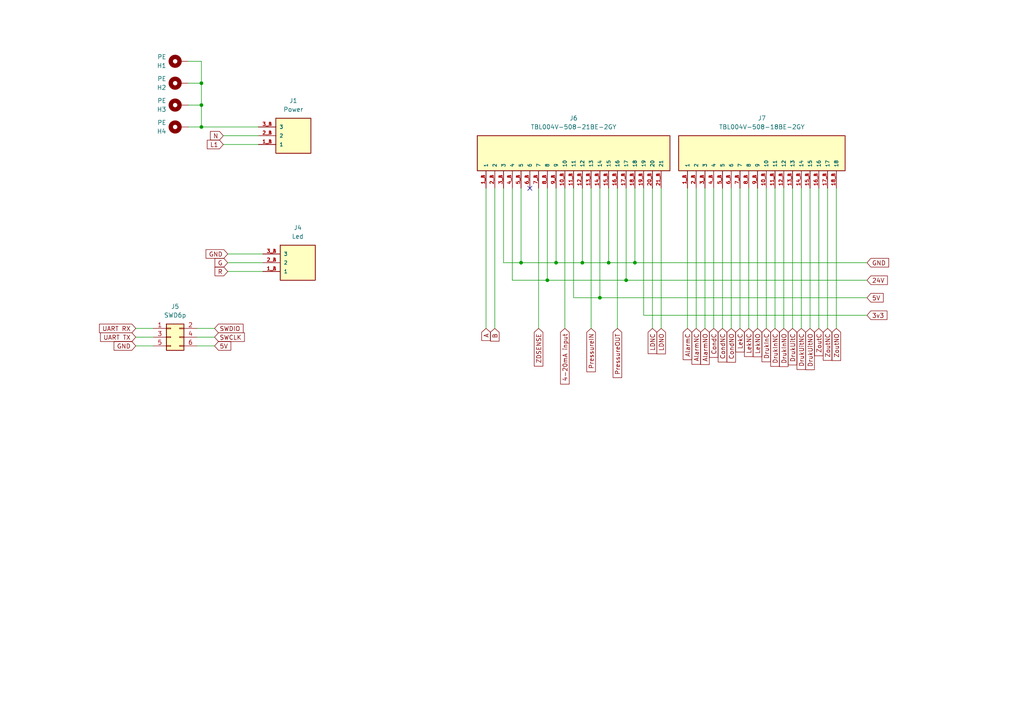
<source format=kicad_sch>
(kicad_sch (version 20230121) (generator eeschema)
  (paper "A4")
  (title_block (title "DSH-BWM") (company "DSH Belgium") (comment 1 "Leandro Marceddu"))
  (lib_symbols
    (symbol "Connector_Generic:Conn_02x03_Odd_Even" (pin_names (offset 1.016) hide)
      (property "Reference" "J" (at 1.27 5.08 0))
      (property "Value" "Conn_02x03_Odd_Even" (at 1.27 -5.08 0))
      (symbol "Conn_02x03_Odd_Even_1_1"
        (rectangle (start -1.27 -2.413) (end 0 -2.667) (stroke (width 0.1524)))
        (rectangle (start -1.27 0.127) (end 0 -0.127) (stroke (width 0.1524)))
        (rectangle (start -1.27 2.667) (end 0 2.413) (stroke (width 0.1524)))
        (rectangle (start -1.27 3.81) (end 3.81 -3.81) (stroke (width 0.254)) (fill (type background)))
        (rectangle (start 3.81 -2.413) (end 2.54 -2.667) (stroke (width 0.1524)))
        (rectangle (start 3.81 0.127) (end 2.54 -0.127) (stroke (width 0.1524)))
        (rectangle (start 3.81 2.667) (end 2.54 2.413) (stroke (width 0.1524)))
        (pin passive line (at -5.08 2.54 0) (length 3.81) (name "Pin_1") (number "1"))
        (pin passive line (at 7.62 2.54 180) (length 3.81) (name "Pin_2") (number "2"))
        (pin passive line (at -5.08 0 0) (length 3.81) (name "Pin_3") (number "3"))
        (pin passive line (at 7.62 0 180) (length 3.81) (name "Pin_4") (number "4"))
        (pin passive line (at -5.08 -2.54 0) (length 3.81) (name "Pin_5") (number "5"))
        (pin passive line (at 7.62 -2.54 180) (length 3.81) (name "Pin_6") (number "6"))
      )
    )
    (symbol "Mechanical:MountingHole_Pad" (pin_numbers hide) (pin_names (offset 1.016) hide)
      (property "Reference" "H" (at 0 6.35 0))
      (property "Value" "MountingHole_Pad" (at 0 4.445 0))
      (symbol "MountingHole_Pad_0_1"
        (circle (center 0 1.27) (radius 1.27) (stroke (width 1.27)))
      )
      (symbol "MountingHole_Pad_1_1"
        (pin input line (at 0 -2.54 90) (length 2.54) (name "1") (number "1"))
      )
    )
    (symbol "TBL004V-508-03BE-2GY:TBL004V-508-03BE-2GY" (pin_names (offset 1.016))
      (property "Reference" "J" (at -5.588 5.08 0))
      (property "Value" "TBL004V-508-03BE-2GY" (at -5.08 -7.62 0))
      (symbol "TBL004V-508-03BE-2GY_0_0"
        (rectangle (start -5.08 -5.08) (end 5.08 5.08) (stroke (width 0.254)) (fill (type background)))
        (pin passive line (at -10.16 2.54 0) (length 5.08) (name "1") (number "1_A"))
        (pin passive line (at -10.16 2.54 0) (length 5.08) (name "1") (number "1_B"))
        (pin passive line (at -10.16 0 0) (length 5.08) (name "2") (number "2_A"))
        (pin passive line (at -10.16 0 0) (length 5.08) (name "2") (number "2_B"))
        (pin passive line (at -10.16 -2.54 0) (length 5.08) (name "3") (number "3_A"))
        (pin passive line (at -10.16 -2.54 0) (length 5.08) (name "3") (number "3_B"))
      )
    )
    (symbol "TBL004V-508-18BE-2GY:TBL004V-508-18BE-2GY" (pin_names (offset 1.016))
      (property "Reference" "J" (at -5.588 25.4 0))
      (property "Value" "TBL004V-508-18BE-2GY" (at -5.08 -25.4 0))
      (symbol "TBL004V-508-18BE-2GY_0_0"
        (rectangle (start -5.08 -22.86) (end 5.08 25.4) (stroke (width 0.254)) (fill (type background)))
        (pin passive line (at -10.16 0 0) (length 5.08) (name "10") (number "10_A"))
        (pin passive line (at -10.16 0 0) (length 5.08) (name "10") (number "10_B"))
        (pin passive line (at -10.16 -2.54 0) (length 5.08) (name "11") (number "11_A"))
        (pin passive line (at -10.16 -2.54 0) (length 5.08) (name "11") (number "11_B"))
        (pin passive line (at -10.16 -5.08 0) (length 5.08) (name "12") (number "12_A"))
        (pin passive line (at -10.16 -5.08 0) (length 5.08) (name "12") (number "12_B"))
        (pin passive line (at -10.16 -7.62 0) (length 5.08) (name "13") (number "13_A"))
        (pin passive line (at -10.16 -7.62 0) (length 5.08) (name "13") (number "13_B"))
        (pin passive line (at -10.16 -10.16 0) (length 5.08) (name "14") (number "14_A"))
        (pin passive line (at -10.16 -10.16 0) (length 5.08) (name "14") (number "14_B"))
        (pin passive line (at -10.16 -12.7 0) (length 5.08) (name "15") (number "15_A"))
        (pin passive line (at -10.16 -12.7 0) (length 5.08) (name "15") (number "15_B"))
        (pin passive line (at -10.16 -15.24 0) (length 5.08) (name "16") (number "16_A"))
        (pin passive line (at -10.16 -15.24 0) (length 5.08) (name "16") (number "16_B"))
        (pin passive line (at -10.16 -17.78 0) (length 5.08) (name "17") (number "17_A"))
        (pin passive line (at -10.16 -17.78 0) (length 5.08) (name "17") (number "17_B"))
        (pin passive line (at -10.16 -20.32 0) (length 5.08) (name "18") (number "18_A"))
        (pin passive line (at -10.16 -20.32 0) (length 5.08) (name "18") (number "18_B"))
        (pin passive line (at -10.16 22.86 0) (length 5.08) (name "1") (number "1_A"))
        (pin passive line (at -10.16 22.86 0) (length 5.08) (name "1") (number "1_B"))
        (pin passive line (at -10.16 20.32 0) (length 5.08) (name "2") (number "2_A"))
        (pin passive line (at -10.16 20.32 0) (length 5.08) (name "2") (number "2_B"))
        (pin passive line (at -10.16 17.78 0) (length 5.08) (name "3") (number "3_A"))
        (pin passive line (at -10.16 17.78 0) (length 5.08) (name "3") (number "3_B"))
        (pin passive line (at -10.16 15.24 0) (length 5.08) (name "4") (number "4_A"))
        (pin passive line (at -10.16 15.24 0) (length 5.08) (name "4") (number "4_B"))
        (pin passive line (at -10.16 12.7 0) (length 5.08) (name "5") (number "5_A"))
        (pin passive line (at -10.16 12.7 0) (length 5.08) (name "5") (number "5_B"))
        (pin passive line (at -10.16 10.16 0) (length 5.08) (name "6") (number "6_A"))
        (pin passive line (at -10.16 10.16 0) (length 5.08) (name "6") (number "6_B"))
        (pin passive line (at -10.16 7.62 0) (length 5.08) (name "7") (number "7_A"))
        (pin passive line (at -10.16 7.62 0) (length 5.08) (name "7") (number "7_B"))
        (pin passive line (at -10.16 5.08 0) (length 5.08) (name "8") (number "8_A"))
        (pin passive line (at -10.16 5.08 0) (length 5.08) (name "8") (number "8_B"))
        (pin passive line (at -10.16 2.54 0) (length 5.08) (name "9") (number "9_A"))
        (pin passive line (at -10.16 2.54 0) (length 5.08) (name "9") (number "9_B"))
      )
    )
    (symbol "TBL004V-508-21BE-2GY:TBL004V-508-21BE-2GY" (pin_names (offset 1.016))
      (property "Reference" "J" (at -5.588 27.94 0))
      (property "Value" "TBL004V-508-21BE-2GY" (at -5.08 -30.48 0))
      (symbol "TBL004V-508-21BE-2GY_0_0"
        (rectangle (start -5.08 -27.94) (end 5.08 27.94) (stroke (width 0.254)) (fill (type background)))
        (pin passive line (at -10.16 2.54 0) (length 5.08) (name "10") (number "10_A"))
        (pin passive line (at -10.16 2.54 0) (length 5.08) (name "10") (number "10_B"))
        (pin passive line (at -10.16 0 0) (length 5.08) (name "11") (number "11_A"))
        (pin passive line (at -10.16 0 0) (length 5.08) (name "11") (number "11_B"))
        (pin passive line (at -10.16 -2.54 0) (length 5.08) (name "12") (number "12_A"))
        (pin passive line (at -10.16 -2.54 0) (length 5.08) (name "12") (number "12_B"))
        (pin passive line (at -10.16 -5.08 0) (length 5.08) (name "13") (number "13_A"))
        (pin passive line (at -10.16 -5.08 0) (length 5.08) (name "13") (number "13_B"))
        (pin passive line (at -10.16 -7.62 0) (length 5.08) (name "14") (number "14_A"))
        (pin passive line (at -10.16 -7.62 0) (length 5.08) (name "14") (number "14_B"))
        (pin passive line (at -10.16 -10.16 0) (length 5.08) (name "15") (number "15_A"))
        (pin passive line (at -10.16 -10.16 0) (length 5.08) (name "15") (number "15_B"))
        (pin passive line (at -10.16 -12.7 0) (length 5.08) (name "16") (number "16_A"))
        (pin passive line (at -10.16 -12.7 0) (length 5.08) (name "16") (number "16_B"))
        (pin passive line (at -10.16 -15.24 0) (length 5.08) (name "17") (number "17_A"))
        (pin passive line (at -10.16 -15.24 0) (length 5.08) (name "17") (number "17_B"))
        (pin passive line (at -10.16 -17.78 0) (length 5.08) (name "18") (number "18_A"))
        (pin passive line (at -10.16 -17.78 0) (length 5.08) (name "18") (number "18_B"))
        (pin passive line (at -10.16 -20.32 0) (length 5.08) (name "19") (number "19_A"))
        (pin passive line (at -10.16 -20.32 0) (length 5.08) (name "19") (number "19_B"))
        (pin passive line (at -10.16 25.4 0) (length 5.08) (name "1") (number "1_A"))
        (pin passive line (at -10.16 25.4 0) (length 5.08) (name "1") (number "1_B"))
        (pin passive line (at -10.16 -22.86 0) (length 5.08) (name "20") (number "20_A"))
        (pin passive line (at -10.16 -22.86 0) (length 5.08) (name "20") (number "20_B"))
        (pin passive line (at -10.16 -25.4 0) (length 5.08) (name "21") (number "21_A"))
        (pin passive line (at -10.16 -25.4 0) (length 5.08) (name "21") (number "21_B"))
        (pin passive line (at -10.16 22.86 0) (length 5.08) (name "2") (number "2_A"))
        (pin passive line (at -10.16 22.86 0) (length 5.08) (name "2") (number "2_B"))
        (pin passive line (at -10.16 20.32 0) (length 5.08) (name "3") (number "3_A"))
        (pin passive line (at -10.16 20.32 0) (length 5.08) (name "3") (number "3_B"))
        (pin passive line (at -10.16 17.78 0) (length 5.08) (name "4") (number "4_A"))
        (pin passive line (at -10.16 17.78 0) (length 5.08) (name "4") (number "4_B"))
        (pin passive line (at -10.16 15.24 0) (length 5.08) (name "5") (number "5_A"))
        (pin passive line (at -10.16 15.24 0) (length 5.08) (name "5") (number "5_B"))
        (pin passive line (at -10.16 12.7 0) (length 5.08) (name "6") (number "6_A"))
        (pin passive line (at -10.16 12.7 0) (length 5.08) (name "6") (number "6_B"))
        (pin passive line (at -10.16 10.16 0) (length 5.08) (name "7") (number "7_A"))
        (pin passive line (at -10.16 10.16 0) (length 5.08) (name "7") (number "7_B"))
        (pin passive line (at -10.16 7.62 0) (length 5.08) (name "8") (number "8_A"))
        (pin passive line (at -10.16 7.62 0) (length 5.08) (name "8") (number "8_B"))
        (pin passive line (at -10.16 5.08 0) (length 5.08) (name "9") (number "9_A"))
        (pin passive line (at -10.16 5.08 0) (length 5.08) (name "9") (number "9_B"))
      )
    )
  )
  (junction (at 181.61 81.28))
  (junction (at 173.99 86.36))
  (junction (at 176.53 76.2))
  (junction (at 184.15 76.2))
  (junction (at 158.75 81.28))
  (junction (at 58.42 24.13))
  (junction (at 58.42 36.83))
  (junction (at 151.13 76.2))
  (junction (at 58.42 30.48))
  (junction (at 168.91 76.2))
  (junction (at 161.29 76.2))
  (no_connect (at 153.67 54.61))
  (wire (pts (xy 58.42 36.83) (xy 74.93 36.83)))
  (wire (pts (xy 201.93 54.61) (xy 201.93 95.25)))
  (wire (pts (xy 163.83 54.61) (xy 163.83 95.25)))
  (wire (pts (xy 189.23 54.61) (xy 189.23 95.25)))
  (wire (pts (xy 204.47 54.61) (xy 204.47 95.25)))
  (wire (pts (xy 54.61 30.48) (xy 58.42 30.48)))
  (wire (pts (xy 39.37 95.25) (xy 44.45 95.25)))
  (wire (pts (xy 39.37 97.79) (xy 44.45 97.79)))
  (wire (pts (xy 76.2 78.74) (xy 66.04 78.74)))
  (wire (pts (xy 219.71 54.61) (xy 219.71 95.25)))
  (wire (pts (xy 76.2 73.66) (xy 66.04 73.66)))
  (wire (pts (xy 191.77 54.61) (xy 191.77 95.25)))
  (wire (pts (xy 156.21 54.61) (xy 156.21 95.25)))
  (wire (pts (xy 148.59 81.28) (xy 158.75 81.28)))
  (wire (pts (xy 176.53 54.61) (xy 176.53 76.2)))
  (wire (pts (xy 173.99 86.36) (xy 251.46 86.36)))
  (wire (pts (xy 58.42 30.48) (xy 58.42 36.83)))
  (wire (pts (xy 168.91 54.61) (xy 168.91 76.2)))
  (wire (pts (xy 240.03 54.61) (xy 240.03 95.25)))
  (wire (pts (xy 179.07 54.61) (xy 179.07 95.25)))
  (wire (pts (xy 146.05 54.61) (xy 146.05 76.2)))
  (wire (pts (xy 161.29 54.61) (xy 161.29 76.2)))
  (wire (pts (xy 173.99 54.61) (xy 173.99 86.36)))
  (wire (pts (xy 181.61 54.61) (xy 181.61 81.28)))
  (wire (pts (xy 184.15 54.61) (xy 184.15 76.2)))
  (wire (pts (xy 242.57 54.61) (xy 242.57 95.25)))
  (wire (pts (xy 140.97 54.61) (xy 140.97 95.25)))
  (wire (pts (xy 186.69 54.61) (xy 186.69 91.44)))
  (wire (pts (xy 58.42 24.13) (xy 58.42 30.48)))
  (wire (pts (xy 161.29 76.2) (xy 168.91 76.2)))
  (wire (pts (xy 199.39 54.61) (xy 199.39 95.25)))
  (wire (pts (xy 74.93 39.37) (xy 64.77 39.37)))
  (wire (pts (xy 234.95 54.61) (xy 234.95 95.25)))
  (wire (pts (xy 214.63 54.61) (xy 214.63 95.25)))
  (wire (pts (xy 54.61 24.13) (xy 58.42 24.13)))
  (wire (pts (xy 224.79 54.61) (xy 224.79 95.25)))
  (wire (pts (xy 64.77 41.91) (xy 74.93 41.91)))
  (wire (pts (xy 57.15 95.25) (xy 62.23 95.25)))
  (wire (pts (xy 54.61 17.78) (xy 58.42 17.78)))
  (wire (pts (xy 158.75 54.61) (xy 158.75 81.28)))
  (wire (pts (xy 181.61 81.28) (xy 251.46 81.28)))
  (wire (pts (xy 184.15 76.2) (xy 251.46 76.2)))
  (wire (pts (xy 171.45 54.61) (xy 171.45 95.25)))
  (wire (pts (xy 57.15 100.33) (xy 62.23 100.33)))
  (wire (pts (xy 148.59 54.61) (xy 148.59 81.28)))
  (wire (pts (xy 227.33 54.61) (xy 227.33 95.25)))
  (wire (pts (xy 151.13 54.61) (xy 151.13 76.2)))
  (wire (pts (xy 168.91 76.2) (xy 176.53 76.2)))
  (wire (pts (xy 237.49 54.61) (xy 237.49 95.25)))
  (wire (pts (xy 151.13 76.2) (xy 161.29 76.2)))
  (wire (pts (xy 166.37 86.36) (xy 173.99 86.36)))
  (wire (pts (xy 39.37 100.33) (xy 44.45 100.33)))
  (wire (pts (xy 146.05 76.2) (xy 151.13 76.2)))
  (wire (pts (xy 76.2 76.2) (xy 66.04 76.2)))
  (wire (pts (xy 186.69 91.44) (xy 251.46 91.44)))
  (wire (pts (xy 229.87 54.61) (xy 229.87 95.25)))
  (wire (pts (xy 158.75 81.28) (xy 181.61 81.28)))
  (wire (pts (xy 222.25 54.61) (xy 222.25 95.25)))
  (wire (pts (xy 166.37 86.36) (xy 166.37 54.61)))
  (wire (pts (xy 209.55 54.61) (xy 209.55 95.25)))
  (wire (pts (xy 143.51 54.61) (xy 143.51 95.25)))
  (wire (pts (xy 232.41 54.61) (xy 232.41 95.25)))
  (wire (pts (xy 58.42 17.78) (xy 58.42 24.13)))
  (wire (pts (xy 207.01 54.61) (xy 207.01 95.25)))
  (wire (pts (xy 217.17 54.61) (xy 217.17 95.25)))
  (wire (pts (xy 58.42 36.83) (xy 54.61 36.83)))
  (wire (pts (xy 57.15 97.79) (xy 62.23 97.79)))
  (wire (pts (xy 176.53 76.2) (xy 184.15 76.2)))
  (wire (pts (xy 212.09 54.61) (xy 212.09 95.25)))
  (global_label "AlarmNC" (shape input) (at 201.93 95.25 270) (property "Intersheetrefs" "${INTERSHEET_REFS}" (effects hide)))
  (global_label "5V" (shape input) (at 62.23 100.33 0) (property "Intersheetrefs" "${INTERSHEET_REFS}" (effects hide)))
  (global_label "DrukInNO" (shape input) (at 227.33 95.25 270) (property "Intersheetrefs" "${INTERSHEET_REFS}" (effects hide)))
  (global_label "R" (shape input) (at 66.04 78.74 180) (property "Intersheetrefs" "${INTERSHEET_REFS}" (effects hide)))
  (global_label "GND" (shape input) (at 66.04 73.66 180) (property "Intersheetrefs" "${INTERSHEET_REFS}" (effects hide)))
  (global_label "DrukInC" (shape input) (at 222.25 95.25 270) (property "Intersheetrefs" "${INTERSHEET_REFS}" (effects hide)))
  (global_label "DrukUitNC" (shape input) (at 232.41 95.25 270) (property "Intersheetrefs" "${INTERSHEET_REFS}" (effects hide)))
  (global_label "DrukUitNO" (shape input) (at 234.95 95.25 270) (property "Intersheetrefs" "${INTERSHEET_REFS}" (effects hide)))
  (global_label "LekNO" (shape input) (at 219.71 95.25 270) (property "Intersheetrefs" "${INTERSHEET_REFS}" (effects hide)))
  (global_label "ZoutC" (shape input) (at 237.49 95.25 270) (property "Intersheetrefs" "${INTERSHEET_REFS}" (effects hide)))
  (global_label "PressureOUT" (shape input) (at 179.07 95.25 270) (property "Intersheetrefs" "${INTERSHEET_REFS}" (effects hide)))
  (global_label "GND" (shape input) (at 39.37 100.33 180) (property "Intersheetrefs" "${INTERSHEET_REFS}" (effects hide)))
  (global_label "N" (shape input) (at 64.77 39.37 180) (property "Intersheetrefs" "${INTERSHEET_REFS}" (effects hide)))
  (global_label "AlarmC" (shape input) (at 199.39 95.25 270) (property "Intersheetrefs" "${INTERSHEET_REFS}" (effects hide)))
  (global_label "SWDIO" (shape input) (at 62.23 95.25 0) (property "Intersheetrefs" "${INTERSHEET_REFS}" (effects hide)))
  (global_label "LDNO" (shape input) (at 191.77 95.25 270) (property "Intersheetrefs" "${INTERSHEET_REFS}" (effects hide)))
  (global_label "24V" (shape input) (at 251.46 81.28 0) (property "Intersheetrefs" "${INTERSHEET_REFS}" (effects hide)))
  (global_label "CondNO" (shape input) (at 212.09 95.25 270) (property "Intersheetrefs" "${INTERSHEET_REFS}" (effects hide)))
  (global_label "DrukInNC" (shape input) (at 224.79 95.25 270) (property "Intersheetrefs" "${INTERSHEET_REFS}" (effects hide)))
  (global_label "ZoutNO" (shape input) (at 242.57 95.25 270) (property "Intersheetrefs" "${INTERSHEET_REFS}" (effects hide)))
  (global_label "LekC" (shape input) (at 214.63 95.25 270) (property "Intersheetrefs" "${INTERSHEET_REFS}" (effects hide)))
  (global_label "UART TX" (shape input) (at 39.37 97.79 180) (property "Intersheetrefs" "${INTERSHEET_REFS}" (effects hide)))
  (global_label "LDNC" (shape input) (at 189.23 95.25 270) (property "Intersheetrefs" "${INTERSHEET_REFS}" (effects hide)))
  (global_label "A" (shape input) (at 140.97 95.25 270) (property "Intersheetrefs" "${INTERSHEET_REFS}" (effects hide)))
  (global_label "AlarmNO" (shape input) (at 204.47 95.25 270) (property "Intersheetrefs" "${INTERSHEET_REFS}" (effects hide)))
  (global_label "ZDSENSE" (shape input) (at 156.21 95.25 270) (property "Intersheetrefs" "${INTERSHEET_REFS}" (effects hide)))
  (global_label "L1" (shape input) (at 64.77 41.91 180) (property "Intersheetrefs" "${INTERSHEET_REFS}" (effects hide)))
  (global_label "ZoutNC" (shape input) (at 240.03 95.25 270) (property "Intersheetrefs" "${INTERSHEET_REFS}" (effects hide)))
  (global_label "G" (shape input) (at 66.04 76.2 180) (property "Intersheetrefs" "${INTERSHEET_REFS}" (effects hide)))
  (global_label "5V" (shape input) (at 251.46 86.36 0) (property "Intersheetrefs" "${INTERSHEET_REFS}" (effects hide)))
  (global_label "SWCLK" (shape input) (at 62.23 97.79 0) (property "Intersheetrefs" "${INTERSHEET_REFS}" (effects hide)))
  (global_label "LekNC" (shape input) (at 217.17 95.25 270) (property "Intersheetrefs" "${INTERSHEET_REFS}" (effects hide)))
  (global_label "4-20mA input" (shape input) (at 163.83 95.25 270) (property "Intersheetrefs" "${INTERSHEET_REFS}" (effects hide)))
  (global_label "DrukUitC" (shape input) (at 229.87 95.25 270) (property "Intersheetrefs" "${INTERSHEET_REFS}" (effects hide)))
  (global_label "CondNC" (shape input) (at 209.55 95.25 270) (property "Intersheetrefs" "${INTERSHEET_REFS}" (effects hide)))
  (global_label "3v3" (shape input) (at 251.46 91.44 0) (property "Intersheetrefs" "${INTERSHEET_REFS}" (effects hide)))
  (global_label "GND" (shape input) (at 251.46 76.2 0) (property "Intersheetrefs" "${INTERSHEET_REFS}" (effects hide)))
  (global_label "UART RX" (shape input) (at 39.37 95.25 180) (property "Intersheetrefs" "${INTERSHEET_REFS}" (effects hide)))
  (global_label "CondC" (shape input) (at 207.01 95.25 270) (property "Intersheetrefs" "${INTERSHEET_REFS}" (effects hide)))
  (global_label "PressureIN" (shape input) (at 171.45 95.25 270) (property "Intersheetrefs" "${INTERSHEET_REFS}" (effects hide)))
  (global_label "B" (shape input) (at 143.51 95.25 270) (property "Intersheetrefs" "${INTERSHEET_REFS}" (effects hide)))
  (symbol (lib_id "Connector_Generic:Conn_02x03_Odd_Even") (at 49.53 97.79 0) (unit 1)
    (property "Reference" "J5" (at 50.8 88.9 0))
    (property "Value" "SWD6p" (at 50.8 91.44 0))
    (property "Footprint" "Connector_PinHeader_2.54mm:PinHeader_2x03_P2.54mm_Vertical" (effects hide))
  )
  (symbol (lib_id "TBL004V-508-18BE-2GY:TBL004V-508-18BE-2GY") (at 222.25 44.45 90) (unit 1)
    (property "Reference" "J7" (at 220.98 34.29 90))
    (property "Value" "TBL004V-508-18BE-2GY" (at 220.98 36.83 90))
    (property "Footprint" "kicad_libs:CUI_TBL004V-508-18BE-2GY" (effects hide))
    (property "STANDARD" "Manufacturer Recommendations" (effects hide))
    (property "MANUFACTURER" "CUI" (effects hide))
  )
  (symbol (lib_id "TBL004V-508-21BE-2GY:TBL004V-508-21BE-2GY") (at 166.37 44.45 90) (unit 1)
    (property "Reference" "J6" (at 166.37 34.29 90))
    (property "Value" "TBL004V-508-21BE-2GY" (at 166.37 36.83 90))
    (property "Footprint" "kicad_libs:CUI_TBL004V-508-21BE-2GY" (effects hide))
    (property "STANDARD" "Manufacturer Recommendations" (effects hide))
    (property "MANUFACTURER" "CUI" (effects hide))
  )
  (symbol (lib_id "TBL004V-508-03BE-2GY:TBL004V-508-03BE-2GY") (at 86.36 76.2 0) (mirror x) (unit 1)
    (property "Reference" "J4" (at 86.36 66.04 0))
    (property "Value" "Led" (at 86.36 68.58 0))
    (property "Footprint" "kicad_libs:CUI_TBL004V-508-03BE-2GY" (effects hide))
    (property "STANDARD" "Manufacturer Recommendations" (effects hide))
    (property "MANUFACTURER" "CUI" (effects hide))
  )
  (symbol (lib_id "Mechanical:MountingHole_Pad") (at 52.07 30.48 90) (unit 1)
    (property "Reference" "H3" (at 48.26 31.7501 90) (effects (justify left)))
    (property "Value" "PE" (at 48.26 29.2101 90) (effects (justify left)))
    (property "Footprint" "MountingHole:MountingHole_3mm_Pad" (effects hide))
  )
  (symbol (lib_id "Mechanical:MountingHole_Pad") (at 52.07 17.78 90) (unit 1)
    (property "Reference" "H1" (at 48.26 19.0501 90) (effects (justify left)))
    (property "Value" "PE" (at 48.26 16.5101 90) (effects (justify left)))
    (property "Footprint" "MountingHole:MountingHole_3mm_Pad" (effects hide))
  )
  (symbol (lib_id "Mechanical:MountingHole_Pad") (at 52.07 36.83 90) (unit 1)
    (property "Reference" "H4" (at 48.26 38.1001 90) (effects (justify left)))
    (property "Value" "PE" (at 48.26 35.5601 90) (effects (justify left)))
    (property "Footprint" "MountingHole:MountingHole_3mm_Pad" (effects hide))
  )
  (symbol (lib_id "Mechanical:MountingHole_Pad") (at 52.07 24.13 90) (unit 1)
    (property "Reference" "H2" (at 48.26 25.4001 90) (effects (justify left)))
    (property "Value" "PE" (at 48.26 22.8601 90) (effects (justify left)))
    (property "Footprint" "MountingHole:MountingHole_3mm_Pad" (effects hide))
  )
  (symbol (lib_id "TBL004V-508-03BE-2GY:TBL004V-508-03BE-2GY") (at 85.09 39.37 0) (mirror x) (unit 1)
    (property "Reference" "J1" (at 85.09 29.21 0))
    (property "Value" "Power" (at 85.09 31.75 0))
    (property "Footprint" "kicad_libs:CUI_TBL004V-508-03BE-2GY" (effects hide))
    (property "STANDARD" "Manufacturer Recommendations" (effects hide))
    (property "MANUFACTURER" "CUI" (effects hide))
  )
)
</source>
